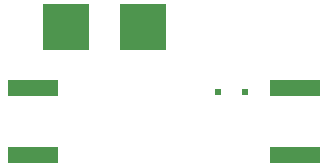
<source format=gbr>
%TF.GenerationSoftware,KiCad,Pcbnew,7.0.1*%
%TF.CreationDate,2023-06-23T15:30:34-04:00*%
%TF.ProjectId,bias-t,62696173-2d74-42e6-9b69-6361645f7063,1*%
%TF.SameCoordinates,Original*%
%TF.FileFunction,Soldermask,Bot*%
%TF.FilePolarity,Negative*%
%FSLAX46Y46*%
G04 Gerber Fmt 4.6, Leading zero omitted, Abs format (unit mm)*
G04 Created by KiCad (PCBNEW 7.0.1) date 2023-06-23 15:30:34*
%MOMM*%
%LPD*%
G01*
G04 APERTURE LIST*
%ADD10R,4.000000X4.000000*%
%ADD11C,0.610000*%
%ADD12R,4.200000X1.350000*%
G04 APERTURE END LIST*
D10*
%TO.C,TP1*%
X121500000Y-111000000D03*
%TD*%
D11*
%TO.C,FL2*%
X127895000Y-116500000D03*
X130105000Y-116500000D03*
%TD*%
D12*
%TO.C,J3*%
X112162500Y-116175000D03*
X112162500Y-121825000D03*
%TD*%
D10*
%TO.C,TP2*%
X115000000Y-111000000D03*
%TD*%
D12*
%TO.C,J1*%
X134337500Y-121825000D03*
X134337500Y-116175000D03*
%TD*%
M02*

</source>
